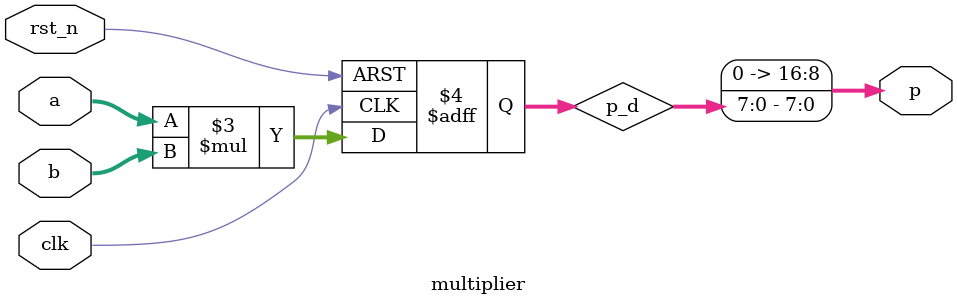
<source format=v>
module multiplier(
    input wire clk,
    input wire rst_n,
    input wire [7:0] a,
    input wire [7:0] b,
    output wire [16:0] p
);

    reg [7:0] p_d;
    always @(posedge clk, negedge rst_n) begin
        if (!rst_n) begin
            p_d <= 8'h0;
        end else begin
            p_d <= a * b;
        end
    end    

    assign p = p_d; 

    

endmodule
</source>
